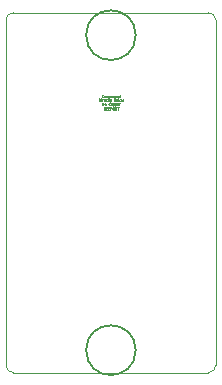
<source format=gbr>
%TF.GenerationSoftware,KiCad,Pcbnew,5.1.5+dfsg1-2~bpo10+1*%
%TF.CreationDate,Date%
%TF.ProjectId,ProMicro_GPS,50726f4d-6963-4726-9f5f-4750532e6b69,v3.1*%
%TF.SameCoordinates,Original*%
%TF.FileFunction,Other,Comment*%
%FSLAX45Y45*%
G04 Gerber Fmt 4.5, Leading zero omitted, Abs format (unit mm)*
G04 Created by KiCad*
%MOMM*%
%LPD*%
G04 APERTURE LIST*
%ADD10C,0.100000*%
%ADD11C,0.150000*%
%ADD12C,0.040000*%
G04 APERTURE END LIST*
D10*
X127000Y2857500D02*
X127000Y-63500D01*
X-1587500Y-127000D02*
G75*
G02X-1651000Y-63500I0J63500D01*
G01*
X-1651000Y2857500D02*
G75*
G02X-1587500Y2921000I63500J0D01*
G01*
X63500Y2921000D02*
G75*
G02X127000Y2857500I0J-63500D01*
G01*
X127000Y-63500D02*
G75*
G02X63500Y-127000I-63500J0D01*
G01*
X-1587500Y2921000D02*
X63500Y2921000D01*
X-1651000Y-63500D02*
X-1651000Y2857500D01*
X63500Y-127000D02*
X-1587500Y-127000D01*
D11*
X-552000Y2730500D02*
G75*
G03X-552000Y2730500I-210000J0D01*
G01*
X-552000Y63500D02*
G75*
G03X-552000Y63500I-210000J0D01*
G01*
D12*
X-828667Y2206857D02*
X-829619Y2205905D01*
X-832476Y2204952D01*
X-834381Y2204952D01*
X-837238Y2205905D01*
X-839143Y2207810D01*
X-840095Y2209714D01*
X-841048Y2213524D01*
X-841048Y2216381D01*
X-840095Y2220191D01*
X-839143Y2222095D01*
X-837238Y2224000D01*
X-834381Y2224952D01*
X-832476Y2224952D01*
X-829619Y2224000D01*
X-828667Y2223048D01*
X-817238Y2204952D02*
X-819143Y2205905D01*
X-820095Y2206857D01*
X-821048Y2208762D01*
X-821048Y2214476D01*
X-820095Y2216381D01*
X-819143Y2217333D01*
X-817238Y2218286D01*
X-814381Y2218286D01*
X-812476Y2217333D01*
X-811524Y2216381D01*
X-810571Y2214476D01*
X-810571Y2208762D01*
X-811524Y2206857D01*
X-812476Y2205905D01*
X-814381Y2204952D01*
X-817238Y2204952D01*
X-802000Y2204952D02*
X-802000Y2218286D01*
X-802000Y2216381D02*
X-801048Y2217333D01*
X-799143Y2218286D01*
X-796286Y2218286D01*
X-794381Y2217333D01*
X-793429Y2215429D01*
X-793429Y2204952D01*
X-793429Y2215429D02*
X-792476Y2217333D01*
X-790571Y2218286D01*
X-787714Y2218286D01*
X-785810Y2217333D01*
X-784857Y2215429D01*
X-784857Y2204952D01*
X-775333Y2218286D02*
X-775333Y2198286D01*
X-775333Y2217333D02*
X-773429Y2218286D01*
X-769619Y2218286D01*
X-767714Y2217333D01*
X-766762Y2216381D01*
X-765810Y2214476D01*
X-765810Y2208762D01*
X-766762Y2206857D01*
X-767714Y2205905D01*
X-769619Y2204952D01*
X-773429Y2204952D01*
X-775333Y2205905D01*
X-754381Y2204952D02*
X-756286Y2205905D01*
X-757238Y2206857D01*
X-758190Y2208762D01*
X-758190Y2214476D01*
X-757238Y2216381D01*
X-756286Y2217333D01*
X-754381Y2218286D01*
X-751524Y2218286D01*
X-749619Y2217333D01*
X-748667Y2216381D01*
X-747714Y2214476D01*
X-747714Y2208762D01*
X-748667Y2206857D01*
X-749619Y2205905D01*
X-751524Y2204952D01*
X-754381Y2204952D01*
X-739143Y2218286D02*
X-739143Y2204952D01*
X-739143Y2216381D02*
X-738190Y2217333D01*
X-736286Y2218286D01*
X-733429Y2218286D01*
X-731524Y2217333D01*
X-730571Y2215429D01*
X-730571Y2204952D01*
X-713429Y2205905D02*
X-715333Y2204952D01*
X-719143Y2204952D01*
X-721048Y2205905D01*
X-722000Y2207810D01*
X-722000Y2215429D01*
X-721048Y2217333D01*
X-719143Y2218286D01*
X-715333Y2218286D01*
X-713429Y2217333D01*
X-712476Y2215429D01*
X-712476Y2213524D01*
X-722000Y2211619D01*
X-703905Y2218286D02*
X-703905Y2204952D01*
X-703905Y2216381D02*
X-702952Y2217333D01*
X-701048Y2218286D01*
X-698191Y2218286D01*
X-696286Y2217333D01*
X-695333Y2215429D01*
X-695333Y2204952D01*
X-688667Y2218286D02*
X-681048Y2218286D01*
X-685810Y2224952D02*
X-685810Y2207810D01*
X-684857Y2205905D01*
X-682952Y2204952D01*
X-681048Y2204952D01*
X-864857Y2174952D02*
X-864857Y2194952D01*
X-860095Y2194952D01*
X-857238Y2194000D01*
X-855333Y2192095D01*
X-854381Y2190191D01*
X-853429Y2186381D01*
X-853429Y2183524D01*
X-854381Y2179714D01*
X-855333Y2177810D01*
X-857238Y2175905D01*
X-860095Y2174952D01*
X-864857Y2174952D01*
X-844857Y2174952D02*
X-844857Y2188286D01*
X-844857Y2194952D02*
X-845810Y2194000D01*
X-844857Y2193048D01*
X-843905Y2194000D01*
X-844857Y2194952D01*
X-844857Y2193048D01*
X-835333Y2174952D02*
X-835333Y2188286D01*
X-835333Y2184476D02*
X-834381Y2186381D01*
X-833429Y2187333D01*
X-831524Y2188286D01*
X-829619Y2188286D01*
X-815333Y2175905D02*
X-817238Y2174952D01*
X-821048Y2174952D01*
X-822952Y2175905D01*
X-823905Y2177810D01*
X-823905Y2185429D01*
X-822952Y2187333D01*
X-821048Y2188286D01*
X-817238Y2188286D01*
X-815333Y2187333D01*
X-814381Y2185429D01*
X-814381Y2183524D01*
X-823905Y2181619D01*
X-797238Y2175905D02*
X-799143Y2174952D01*
X-802952Y2174952D01*
X-804857Y2175905D01*
X-805810Y2176857D01*
X-806762Y2178762D01*
X-806762Y2184476D01*
X-805810Y2186381D01*
X-804857Y2187333D01*
X-802952Y2188286D01*
X-799143Y2188286D01*
X-797238Y2187333D01*
X-791524Y2188286D02*
X-783905Y2188286D01*
X-788667Y2194952D02*
X-788667Y2177810D01*
X-787714Y2175905D01*
X-785810Y2174952D01*
X-783905Y2174952D01*
X-774381Y2174952D02*
X-776286Y2175905D01*
X-777238Y2177810D01*
X-777238Y2194952D01*
X-768667Y2188286D02*
X-763905Y2174952D01*
X-759143Y2188286D02*
X-763905Y2174952D01*
X-765810Y2170191D01*
X-766762Y2169238D01*
X-768667Y2168286D01*
X-729619Y2185429D02*
X-726762Y2184476D01*
X-725810Y2183524D01*
X-724857Y2181619D01*
X-724857Y2178762D01*
X-725810Y2176857D01*
X-726762Y2175905D01*
X-728667Y2174952D01*
X-736286Y2174952D01*
X-736286Y2194952D01*
X-729619Y2194952D01*
X-727714Y2194000D01*
X-726762Y2193048D01*
X-725810Y2191143D01*
X-725810Y2189238D01*
X-726762Y2187333D01*
X-727714Y2186381D01*
X-729619Y2185429D01*
X-736286Y2185429D01*
X-708667Y2175905D02*
X-710571Y2174952D01*
X-714381Y2174952D01*
X-716286Y2175905D01*
X-717238Y2177810D01*
X-717238Y2185429D01*
X-716286Y2187333D01*
X-714381Y2188286D01*
X-710571Y2188286D01*
X-708667Y2187333D01*
X-707714Y2185429D01*
X-707714Y2183524D01*
X-717238Y2181619D01*
X-696286Y2174952D02*
X-698191Y2175905D01*
X-699143Y2177810D01*
X-699143Y2194952D01*
X-685810Y2174952D02*
X-687714Y2175905D01*
X-688667Y2176857D01*
X-689619Y2178762D01*
X-689619Y2184476D01*
X-688667Y2186381D01*
X-687714Y2187333D01*
X-685810Y2188286D01*
X-682952Y2188286D01*
X-681048Y2187333D01*
X-680095Y2186381D01*
X-679143Y2184476D01*
X-679143Y2178762D01*
X-680095Y2176857D01*
X-681048Y2175905D01*
X-682952Y2174952D01*
X-685810Y2174952D01*
X-672476Y2188286D02*
X-668667Y2174952D01*
X-664857Y2184476D01*
X-661048Y2174952D01*
X-657238Y2188286D01*
X-836286Y2139952D02*
X-836286Y2159952D01*
X-824857Y2139952D01*
X-824857Y2159952D01*
X-812476Y2139952D02*
X-814381Y2140905D01*
X-815333Y2141857D01*
X-816286Y2143762D01*
X-816286Y2149476D01*
X-815333Y2151381D01*
X-814381Y2152333D01*
X-812476Y2153286D01*
X-809619Y2153286D01*
X-807714Y2152333D01*
X-806762Y2151381D01*
X-805810Y2149476D01*
X-805810Y2143762D01*
X-806762Y2141857D01*
X-807714Y2140905D01*
X-809619Y2139952D01*
X-812476Y2139952D01*
X-770571Y2141857D02*
X-771524Y2140905D01*
X-774381Y2139952D01*
X-776286Y2139952D01*
X-779143Y2140905D01*
X-781048Y2142810D01*
X-782000Y2144714D01*
X-782952Y2148524D01*
X-782952Y2151381D01*
X-782000Y2155191D01*
X-781048Y2157095D01*
X-779143Y2159000D01*
X-776286Y2159952D01*
X-774381Y2159952D01*
X-771524Y2159000D01*
X-770571Y2158048D01*
X-759143Y2139952D02*
X-761048Y2140905D01*
X-762000Y2141857D01*
X-762952Y2143762D01*
X-762952Y2149476D01*
X-762000Y2151381D01*
X-761048Y2152333D01*
X-759143Y2153286D01*
X-756286Y2153286D01*
X-754381Y2152333D01*
X-753429Y2151381D01*
X-752476Y2149476D01*
X-752476Y2143762D01*
X-753429Y2141857D01*
X-754381Y2140905D01*
X-756286Y2139952D01*
X-759143Y2139952D01*
X-743905Y2153286D02*
X-743905Y2133286D01*
X-743905Y2152333D02*
X-742000Y2153286D01*
X-738190Y2153286D01*
X-736286Y2152333D01*
X-735333Y2151381D01*
X-734381Y2149476D01*
X-734381Y2143762D01*
X-735333Y2141857D01*
X-736286Y2140905D01*
X-738190Y2139952D01*
X-742000Y2139952D01*
X-743905Y2140905D01*
X-725810Y2153286D02*
X-725810Y2133286D01*
X-725810Y2152333D02*
X-723905Y2153286D01*
X-720095Y2153286D01*
X-718190Y2152333D01*
X-717238Y2151381D01*
X-716286Y2149476D01*
X-716286Y2143762D01*
X-717238Y2141857D01*
X-718190Y2140905D01*
X-720095Y2139952D01*
X-723905Y2139952D01*
X-725810Y2140905D01*
X-700095Y2140905D02*
X-702000Y2139952D01*
X-705810Y2139952D01*
X-707714Y2140905D01*
X-708667Y2142810D01*
X-708667Y2150429D01*
X-707714Y2152333D01*
X-705810Y2153286D01*
X-702000Y2153286D01*
X-700095Y2152333D01*
X-699143Y2150429D01*
X-699143Y2148524D01*
X-708667Y2146619D01*
X-690572Y2139952D02*
X-690572Y2153286D01*
X-690572Y2149476D02*
X-689619Y2151381D01*
X-688667Y2152333D01*
X-686762Y2153286D01*
X-684857Y2153286D01*
X-823905Y2099952D02*
X-823905Y2119952D01*
X-812476Y2099952D02*
X-821048Y2111381D01*
X-812476Y2119952D02*
X-823905Y2108524D01*
X-803905Y2110429D02*
X-797238Y2110429D01*
X-794381Y2099952D02*
X-803905Y2099952D01*
X-803905Y2119952D01*
X-794381Y2119952D01*
X-785810Y2110429D02*
X-779143Y2110429D01*
X-776286Y2099952D02*
X-785810Y2099952D01*
X-785810Y2119952D01*
X-776286Y2119952D01*
X-767714Y2099952D02*
X-767714Y2119952D01*
X-760095Y2119952D01*
X-758190Y2119000D01*
X-757238Y2118048D01*
X-756286Y2116143D01*
X-756286Y2113286D01*
X-757238Y2111381D01*
X-758190Y2110429D01*
X-760095Y2109476D01*
X-767714Y2109476D01*
X-743905Y2119952D02*
X-740095Y2119952D01*
X-738190Y2119000D01*
X-736286Y2117095D01*
X-735333Y2113286D01*
X-735333Y2106619D01*
X-736286Y2102810D01*
X-738190Y2100905D01*
X-740095Y2099952D01*
X-743905Y2099952D01*
X-745810Y2100905D01*
X-747714Y2102810D01*
X-748667Y2106619D01*
X-748667Y2113286D01*
X-747714Y2117095D01*
X-745810Y2119000D01*
X-743905Y2119952D01*
X-726762Y2119952D02*
X-726762Y2103762D01*
X-725810Y2101857D01*
X-724857Y2100905D01*
X-722952Y2099952D01*
X-719143Y2099952D01*
X-717238Y2100905D01*
X-716286Y2101857D01*
X-715333Y2103762D01*
X-715333Y2119952D01*
X-708667Y2119952D02*
X-697238Y2119952D01*
X-702952Y2099952D02*
X-702952Y2119952D01*
M02*

</source>
